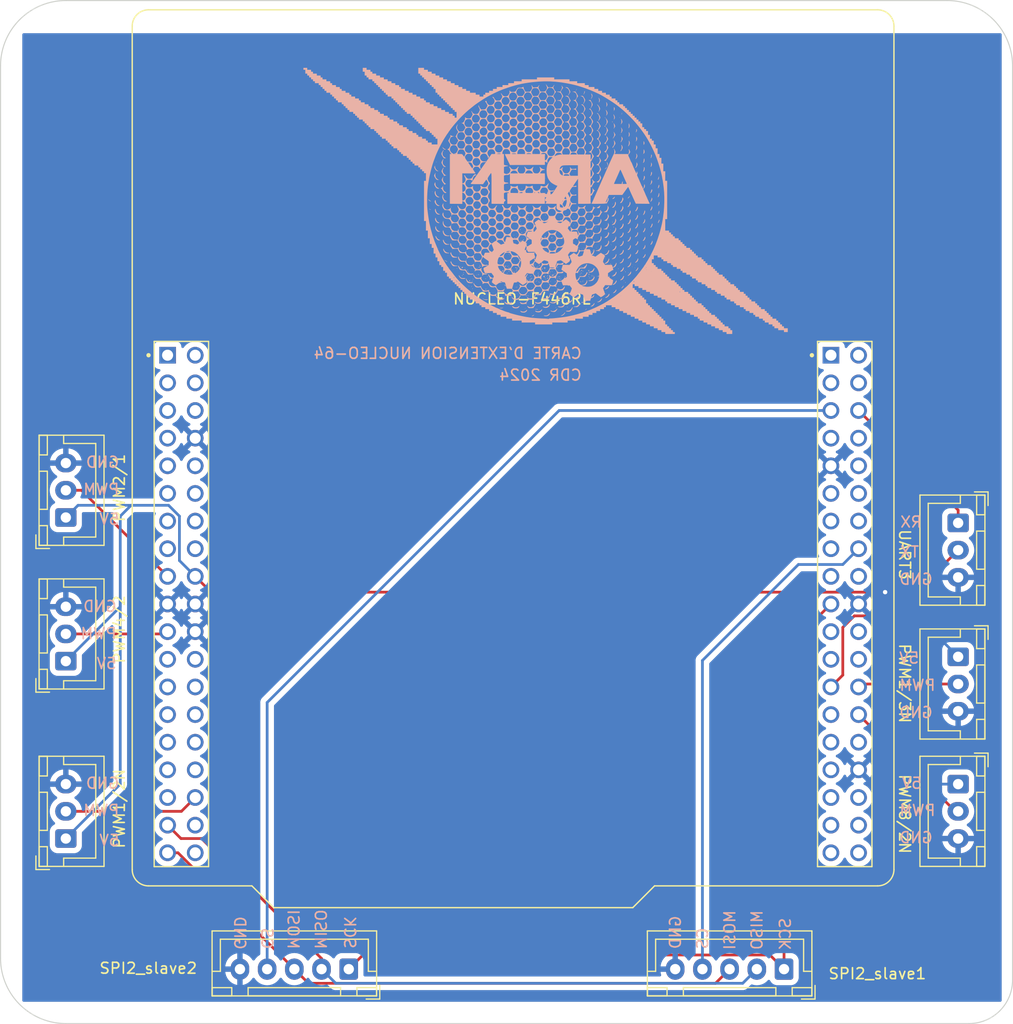
<source format=kicad_pcb>
(kicad_pcb (version 20221018) (generator pcbnew)
  (title_block (title "Carte d'extension Nucleo-64") (date "2024-03-10") (rev "Cyril") (company "AREM"))
  (layers (0 "F.Cu" signal) (31 "B.Cu" signal) (34 "B.Paste" user) (35 "F.Paste" user) (36 "B.SilkS" user "B.Silkscreen") (37 "F.SilkS" user "F.Silkscreen") (38 "B.Mask" user) (39 "F.Mask" user) (44 "Edge.Cuts" user))
  (net 0 "")
  (net 1 "SPI2_SCK")
  (net 2 "SPI2_MISO")
  (net 3 "SPI2_MOSI")
  (net 4 "SPI2_CS1")
  (net 5 "GND")
  (net 6 "SPI2_CS2")
  (net 7 "UART3_RX")
  (net 8 "UART3_TX")
  (net 9 "+5V")
  (net 10 "PWM2{slash}1")
  (net 11 "PWM4{slash}2")
  (net 12 "PWM1{slash}2N")
  (net 13 "PWM1{slash}3N")
  (net 14 "PWM8{slash}2N")
  (footprint "Connector_JST:JST_XH_B5B-XH-A_1x05_P2.50mm_Vertical" (layer "F.Cu") (at 156 133 180)
    (fp_text reference "J1" hide)
    (fp_text value "SPI2_slave1" hide)
    (pad "1" thru_hole roundrect (at 0 0 180) (size 1.7 1.95) (drill 0.95) (layers "*.Cu" "*.Mask") (roundrect_rratio 0.147059) (net 1 "SPI2_SCK"))
    (pad "2" thru_hole oval (at 2.5 0 180) (size 1.7 1.95) (drill 0.95) (layers "*.Cu" "*.Mask") (net 2 "SPI2_MISO"))
    (pad "3" thru_hole oval (at 5 0 180) (size 1.7 1.95) (drill 0.95) (layers "*.Cu" "*.Mask") (net 3 "SPI2_MOSI"))
    (pad "4" thru_hole oval (at 7.5 0 180) (size 1.7 1.95) (drill 0.95) (layers "*.Cu" "*.Mask") (net 4 "SPI2_CS1"))
    (pad "5" thru_hole oval (at 10 0 180) (size 1.7 1.95) (drill 0.95) (layers "*.Cu" "*.Mask") (net 5 "GND"))
  )
  (footprint "Connector_JST:JST_XH_B3B-XH-A_1x03_P2.50mm_Vertical" (layer "F.Cu") (at 90 104.7 90)
    (fp_text reference "J5" hide)
    (fp_text value "PWM4/2" hide)
    (pad "1" thru_hole roundrect (at 0 0 90) (size 1.7 1.95) (drill 0.95) (layers "*.Cu" "*.Mask") (roundrect_rratio 0.147059) (net 9 "+5V"))
    (pad "2" thru_hole oval (at 2.5 0 90) (size 1.7 1.95) (drill 0.95) (layers "*.Cu" "*.Mask") (net 11 "PWM4{slash}2"))
    (pad "3" thru_hole oval (at 5 0 90) (size 1.7 1.95) (drill 0.95) (layers "*.Cu" "*.Mask") (net 5 "GND"))
  )
  (footprint "Connector_JST:JST_XH_B5B-XH-A_1x05_P2.50mm_Vertical" (layer "F.Cu") (at 116 133 180)
    (fp_text reference "J2" hide)
    (fp_text value "SPI2_slave2" hide)
    (pad "1" thru_hole roundrect (at 0 0 180) (size 1.7 1.95) (drill 0.95) (layers "*.Cu" "*.Mask") (roundrect_rratio 0.147059) (net 1 "SPI2_SCK"))
    (pad "2" thru_hole oval (at 2.5 0 180) (size 1.7 1.95) (drill 0.95) (layers "*.Cu" "*.Mask") (net 2 "SPI2_MISO"))
    (pad "3" thru_hole oval (at 5 0 180) (size 1.7 1.95) (drill 0.95) (layers "*.Cu" "*.Mask") (net 3 "SPI2_MOSI"))
    (pad "4" thru_hole oval (at 7.5 0 180) (size 1.7 1.95) (drill 0.95) (layers "*.Cu" "*.Mask") (net 6 "SPI2_CS2"))
    (pad "5" thru_hole oval (at 10 0 180) (size 1.7 1.95) (drill 0.95) (layers "*.Cu" "*.Mask") (net 5 "GND"))
  )
  (footprint "Connector_JST:JST_XH_B3B-XH-A_1x03_P2.50mm_Vertical" (layer "F.Cu") (at 172 116 -90)
    (fp_text reference "J8" hide)
    (fp_text value "PWM8/2N" hide)
    (pad "1" thru_hole roundrect (at 0 0 270) (size 1.7 1.95) (drill 0.95) (layers "*.Cu" "*.Mask") (roundrect_rratio 0.147059) (net 9 "+5V"))
    (pad "2" thru_hole oval (at 2.5 0 270) (size 1.7 1.95) (drill 0.95) (layers "*.Cu" "*.Mask") (net 14 "PWM8{slash}2N"))
    (pad "3" thru_hole oval (at 5 0 270) (size 1.7 1.95) (drill 0.95) (layers "*.Cu" "*.Mask") (net 5 "GND"))
  )
  (footprint "Connector_JST:JST_XH_B3B-XH-A_1x03_P2.50mm_Vertical" (layer "F.Cu") (at 172 104.3 -90)
    (fp_text reference "J7" hide)
    (fp_text value "PWM1/3N" hide)
    (pad "1" thru_hole roundrect (at 0 0 270) (size 1.7 1.95) (drill 0.95) (layers "*.Cu" "*.Mask") (roundrect_rratio 0.147059) (net 9 "+5V"))
    (pad "2" thru_hole oval (at 2.5 0 270) (size 1.7 1.95) (drill 0.95) (layers "*.Cu" "*.Mask") (net 13 "PWM1{slash}3N"))
    (pad "3" thru_hole oval (at 5 0 270) (size 1.7 1.95) (drill 0.95) (layers "*.Cu" "*.Mask") (net 5 "GND"))
  )
  (footprint "Connector_JST:JST_XH_B3B-XH-A_1x03_P2.50mm_Vertical" (layer "F.Cu") (at 90 121 90)
    (fp_text reference "J6" hide)
    (fp_text value "PWM1/2N" hide)
    (pad "1" thru_hole roundrect (at 0 0 90) (size 1.7 1.95) (drill 0.95) (layers "*.Cu" "*.Mask") (roundrect_rratio 0.147059) (net 9 "+5V"))
    (pad "2" thru_hole oval (at 2.5 0 90) (size 1.7 1.95) (drill 0.95) (layers "*.Cu" "*.Mask") (net 12 "PWM1{slash}2N"))
    (pad "3" thru_hole oval (at 5 0 90) (size 1.7 1.95) (drill 0.95) (layers "*.Cu" "*.Mask") (net 5 "GND"))
  )
  (footprint "lib:MODULE_NUCLEO-F446RE" (layer "F.Cu") (at 131.1 86.1)
    (fp_text reference "U1" hide)
    (fp_text value "NUCLEO-F446RE" hide)
    (pad "CN7_1" thru_hole rect (at -31.75 -9.51) (size 1.53 1.53) (drill 1.02) (layers "*.Cu" "*.Mask"))
    (pad "CN7_2" thru_hole circle (at -29.21 -9.51) (size 1.53 1.53) (drill 1.02) (layers "*.Cu" "*.Mask"))
    (pad "CN7_3" thru_hole circle (at -31.75 -6.97) (size 1.53 1.53) (drill 1.02) (layers "*.Cu" "*.Mask"))
    (pad "CN7_4" thru_hole circle (at -29.21 -6.97) (size 1.53 1.53) (drill 1.02) (layers "*.Cu" "*.Mask"))
    (pad "CN7_5" thru_hole circle (at -31.75 -4.43) (size 1.53 1.53) (drill 1.02) (layers "*.Cu" "*.Mask"))
    (pad "CN7_6" thru_hole circle (at -29.21 -4.43) (size 1.53 1.53) (drill 1.02) (layers "*.Cu" "*.Mask"))
    (pad "CN7_7" thru_hole circle (at -31.75 -1.89) (size 1.53 1.53) (drill 1.02) (layers "*.Cu" "*.Mask"))
    (pad "CN7_8" thru_hole circle (at -29.21 -1.89) (size 1.53 1.53) (drill 1.02) (layers "*.Cu" "*.Mask") (net 5 "GND"))
    (pad "CN7_9" thru_hole circle (at -31.75 0.65) (size 1.53 1.53) (drill 1.02) (layers "*.Cu" "*.Mask"))
    (pad "CN7_10" thru_hole circle (at -29.21 0.65) (size 1.53 1.53) (drill 1.02) (layers "*.Cu" "*.Mask"))
    (pad "CN7_11" thru_hole circle (at -31.75 3.19) (size 1.53 1.53) (drill 1.02) (layers "*.Cu" "*.Mask"))
    (pad "CN7_12" thru_hole circle (at -29.21 3.19) (size 1.53 1.53) (drill 1.02) (layers "*.Cu" "*.Mask"))
    (pad "CN7_13" thru_hole circle (at -31.75 5.73) (size 1.53 1.53) (drill 1.02) (layers "*.Cu" "*.Mask"))
    (pad "CN7_14" thru_hole circle (at -29.21 5.73) (size 1.53 1.53) (drill 1.02) (layers "*.Cu" "*.Mask"))
    (pad "CN7_15" thru_hole circle (at -31.75 8.27) (size 1.53 1.53) (drill 1.02) (layers "*.Cu" "*.Mask"))
    (pad "CN7_16" thru_hole circle (at -29.21 8.27) (size 1.53 1.53) (drill 1.02) (layers "*.Cu" "*.Mask"))
    (pad "CN7_17" thru_hole circle (at -31.75 10.81) (size 1.53 1.53) (drill 1.02) (layers "*.Cu" "*.Mask") (net 10 "PWM2{slash}1"))
    (pad "CN7_18" thru_hole circle (at -29.21 10.81) (size 1.53 1.53) (drill 1.02) (layers "*.Cu" "*.Mask") (net 9 "+5V"))
    (pad "CN7_19" thru_hole circle (at -31.75 13.35) (size 1.53 1.53) (drill 1.02) (layers "*.Cu" "*.Mask") (net 5 "GND"))
    (pad "CN7_20" thru_hole circle (at -29.21 13.35) (size 1.53 1.53) (drill 1.02) (layers "*.Cu" "*.Mask") (net 5 "GND"))
    (pad "CN7_21" thru_hole circle (at -31.75 15.89) (size 1.53 1.53) (drill 1.02) (layers "*.Cu" "*.Mask") (net 11 "PWM4{slash}2"))
    (pad "CN7_22" thru_hole circle (at -29.21 15.89) (size 1.53 1.53) (drill 1.02) (layers "*.Cu" "*.Mask") (net 5 "GND"))
    (pad "CN7_23" thru_hole circle (at -31.75 18.43) (size 1.53 1.53) (drill 1.02) (layers "*.Cu" "*.Mask"))
    (pad "CN7_24" thru_hole circle (at -29.21 18.43) (size 1.53 1.53) (drill 1.02) (layers "*.Cu" "*.Mask"))
    (pad "CN7_25" thru_hole circle (at -31.75 20.97) (size 1.53 1.53) (drill 1.02) (layers "*.Cu" "*.Mask"))
    (pad "CN7_26" thru_hole circle (at -29.21 20.97) (size 1.53 1.53) (drill 1.02) (layers "*.Cu" "*.Mask"))
    (pad "CN7_27" thru_hole circle (at -31.75 23.51) (size 1.53 1.53) (drill 1.02) (layers "*.Cu" "*.Mask"))
    (pad "CN7_28" thru_hole circle (at -29.21 23.51) (size 1.53 1.53) (drill 1.02) (layers "*.Cu" "*.Mask"))
    (pad "CN7_29" thru_hole circle (at -31.75 26.05) (size 1.53 1.53) (drill 1.02) (layers "*.Cu" "*.Mask"))
    (pad "CN7_30" thru_hole circle (at -29.21 26.05) (size 1.53 1.53) (drill 1.02) (layers "*.Cu" "*.Mask"))
    (pad "CN7_31" thru_hole circle (at -31.75 28.59) (size 1.53 1.53) (drill 1.02) (layers "*.Cu" "*.Mask"))
    (pad "CN7_32" thru_hole circle (at -29.21 28.59) (size 1.53 1.53) (drill 1.02) (layers "*.Cu" "*.Mask"))
    (pad "CN7_33" thru_hole circle (at -31.75 31.13) (size 1.53 1.53) (drill 1.02) (layers "*.Cu" "*.Mask"))
    (pad "CN7_34" thru_hole circle (at -29.21 31.13) (size 1.53 1.53) (drill 1.02) (layers "*.Cu" "*.Mask") (net 12 "PWM1{slash}2N"))
    (pad "CN7_35" thru_hole circle (at -31.75 33.67) (size 1.53 1.53) (drill 1.02) (layers "*.Cu" "*.Mask") (net 2 "SPI2_MISO"))
    (pad "CN7_36" thru_hole circle (at -29.21 33.67) (size 1.53 1.53) (drill 1.02) (layers "*.Cu" "*.Mask"))
    (pad "CN7_37" thru_hole circle (at -31.75 36.21) (size 1.53 1.53) (drill 1.02) (layers "*.Cu" "*.Mask") (net 3 "SPI2_MOSI"))
    (pad "CN7_38" thru_hole circle (at -29.21 36.21) (size 1.53 1.53) (drill 1.02) (layers "*.Cu" "*.Mask"))
    (pad "CN10_1" thru_hole rect (at 29.21 -9.51) (size 1.53 1.53) (drill 1.02) (layers "*.Cu" "*.Mask"))
    (pad "CN10_2" thru_hole circle (at 31.75 -9.51) (size 1.53 1.53) (drill 1.02) (layers "*.Cu" "*.Mask"))
    (pad "CN10_3" thru_hole circle (at 29.21 -6.97) (size 1.53 1.53) (drill 1.02) (layers "*.Cu" "*.Mask"))
    (pad "CN10_4" thru_hole circle (at 31.75 -6.97) (size 1.53 1.53) (drill 1.02) (layers "*.Cu" "*.Mask"))
    (pad "CN10_5" thru_hole circle (at 29.21 -4.43) (size 1.53 1.53) (drill 1.02) (layers "*.Cu" "*.Mask") (net 6 "SPI2_CS2"))
    (pad "CN10_6" thru_hole circle (at 31.75 -4.43) (size 1.53 1.53) (drill 1.02) (layers "*.Cu" "*.Mask") (net 7 "UART3_RX"))
    (pad "CN10_7" thru_hole circle (at 29.21 -1.89) (size 1.53 1.53) (drill 1.02) (layers "*.Cu" "*.Mask"))
    (pad "CN10_8" thru_hole circle (at 31.75 -1.89) (size 1.53 1.53) (drill 1.02) (layers "*.Cu" "*.Mask"))
    (pad "CN10_9" thru_hole circle (at 29.21 0.65) (size 1.53 1.53) (drill 1.02) (layers "*.Cu" "*.Mask") (net 5 "GND"))
    (pad "CN10_10" thru_hole circle (at 31.75 0.65) (size 1.53 1.53) (drill 1.02) (layers "*.Cu" "*.Mask"))
    (pad "CN10_11" thru_hole circle (at 29.21 3.19) (size 1.53 1.53) (drill 1.02) (layers "*.Cu" "*.Mask"))
    (pad "CN10_12" thru_hole circle (at 31.75 3.19) (size 1.53 1.53) (drill 1.02) (layers "*.Cu" "*.Mask"))
    (pad "CN10_13" thru_hole circle (at 29.21 5.73) (size 1.53 1.53) (drill 1.02) (layers "*.Cu" "*.Mask"))
    (pad "CN10_14" thru_hole circle (at 31.75 5.73) (size 1.53 1.53) (drill 1.02) (layers "*.Cu" "*.Mask"))
    (pad "CN10_15" thru_hole circle (at 29.21 8.27) (size 1.53 1.53) (drill 1.02) (layers "*.Cu" "*.Mask"))
    (pad "CN10_16" thru_hole circle (at 31.75 8.27) (size 1.53 1.53) (drill 1.02) (layers "*.Cu" "*.Mask") (net 4 "SPI2_CS1"))
    (pad "CN10_17" thru_hole circle (at 29.21 10.81) (size 1.53 1.53) (drill 1.02) (layers "*.Cu" "*.Mask"))
    (pad "CN10_18" thru_hole circle (at 31.75 10.81) (size 1.53 1.53) (drill 1.02) (layers "*.Cu" "*.Mask"))
    (pad "CN10_19" thru_hole circle (at 29.21 13.35) (size 1.53 1.53) (drill 1.02) (layers "*.Cu" "*.Mask") (net 1 "SPI2_SCK"))
    (pad "CN10_20" thru_hole circle (at 31.75 13.35) (size 1.53 1.53) (drill 1.02) (layers "*.Cu" "*.Mask") (net 5 "GND"))
    (pad "CN10_21" thru_hole circle (at 29.21 15.89) (size 1.53 1.53) (drill 1.02) (layers "*.Cu" "*.Mask"))
    (pad "CN10_22" thru_hole circle (at 31.75 15.89) (size 1.53 1.53) (drill 1.02) (layers "*.Cu" "*.Mask"))
    (pad "CN10_23" thru_hole circle (at 29.21 18.43) (size 1.53 1.53) (drill 1.02) (layers "*.Cu" "*.Mask"))
    (pad "CN10_24" thru_hole circle (at 31.75 18.43) (size 1.53 1.53) (drill 1.02) (layers "*.Cu" "*.Mask"))
    (pad "CN10_25" thru_hole circle (at 29.21 20.97) (size 1.53 1.53) (drill 1.02) (layers "*.Cu" "*.Mask") (net 8 "UART3_TX"))
    (pad "CN10_26" thru_hole circle (at 31.75 20.97) (size 1.53 1.53) (drill 1.02) (layers "*.Cu" "*.Mask") (net 13 "PWM1{slash}3N"))
    (pad "CN10_27" thru_hole circle (at 29.21 23.51) (size 1.53 1.53) (drill 1.02) (layers "*.Cu" "*.Mask"))
    (pad "CN10_28" thru_hole circle (at 31.75 23.51) (size 1.53 1.53) (drill 1.02) (layers "*.Cu" "*.Mask") (net 14 "PWM8{slash}2N"))
    (pad "CN10_29" thru_hole circle (at 29.21 26.05) (size 1.53 1.53) (drill 1.02) (layers "*.Cu" "*.Mask"))
    (pad "CN10_30" thru_hole circle (at 31.75 26.05) (size 1.53 1.53) (drill 1.02) (layers "*.Cu" "*.Mask"))
    (pad "CN10_31" thru_hole circle (at 29.21 28.59) (size 1.53 1.53) (drill 1.02) (layers "*.Cu" "*.Mask"))
    (pad "CN10_32" thru_hole circle (at 31.75 28.59) (size 1.53 1.53) (drill 1.02) (layers "*.Cu" "*.Mask") (net 5 "GND"))
    (pad "CN10_33" thru_hole circle (at 29.21 31.13) (size 1.53 1.53) (drill 1.02) (layers "*.Cu" "*.Mask"))
    (pad "CN10_34" thru_hole circle (at 31.75 31.13) (size 1.53 1.53) (drill 1.02) (layers "*.Cu" "*.Mask"))
    (pad "CN10_35" thru_hole circle (at 29.21 33.67) (size 1.53 1.53) (drill 1.02) (layers "*.Cu" "*.Mask"))
    (pad "CN10_36" thru_hole circle (at 31.75 33.67) (size 1.53 1.53) (drill 1.02) (layers "*.Cu" "*.Mask"))
    (pad "CN10_37" thru_hole circle (at 29.21 36.21) (size 1.53 1.53) (drill 1.02) (layers "*.Cu" "*.Mask"))
    (pad "CN10_38" thru_hole circle (at 31.75 36.21) (size 1.53 1.53) (drill 1.02) (layers "*.Cu" "*.Mask"))
  )
  (footprint "Connector_JST:JST_XH_B3B-XH-A_1x03_P2.50mm_Vertical" (layer "F.Cu") (at 172 92 -90)
    (fp_text reference "J3" hide)
    (fp_text value "UART3" hide)
    (pad "1" thru_hole roundrect (at 0 0 270) (size 1.7 1.95) (drill 0.95) (layers "*.Cu" "*.Mask") (roundrect_rratio 0.147059) (net 7 "UART3_RX"))
    (pad "2" thru_hole oval (at 2.5 0 270) (size 1.7 1.95) (drill 0.95) (layers "*.Cu" "*.Mask") (net 8 "UART3_TX"))
    (pad "3" thru_hole oval (at 5 0 270) (size 1.7 1.95) (drill 0.95) (layers "*.Cu" "*.Mask") (net 5 "GND"))
  )
  (footprint "Connector_JST:JST_XH_B3B-XH-A_1x03_P2.50mm_Vertical" (layer "F.Cu") (at 90 91.5 90)
    (fp_text reference "J4" hide)
    (fp_text value "PWM2/1" hide)
    (pad "1" thru_hole roundrect (at 0 0 90) (size 1.7 1.95) (drill 0.95) (layers "*.Cu" "*.Mask") (roundrect_rratio 0.147059) (net 9 "+5V"))
    (pad "2" thru_hole oval (at 2.5 0 90) (size 1.7 1.95) (drill 0.95) (layers "*.Cu" "*.Mask") (net 10 "PWM2{slash}1"))
    (pad "3" thru_hole oval (at 5 0 90) (size 1.7 1.95) (drill 0.95) (layers "*.Cu" "*.Mask") (net 5 "GND"))
  )
  (footprint "lib:logo_arem_v2" (layer "B.Cu") (at 134 62.5 180)
    (fp_text reference "G***" (at 0 0) (layer "B.SilkS") (effects (font (size 1.5 1.5) (thickness 0.3)) (justify mirror)))
    (fp_text value "LOGO" hide)
  )
  (gr_arc (start 84 50) (mid 85.757359 45.757359) (end 90 44) (stroke (width 0.1)) (layer "Edge.Cuts"))
  (gr_arc (start 90 138) (mid 85.757359 136.242641) (end 84 132) (stroke (width 0.1)) (layer "Edge.Cuts"))
  (gr_line (start 84 50) (end 84 132) (stroke (width 0.1)) (layer "Edge.Cuts"))
  (gr_line (start 171 44) (end 90 44) (stroke (width 0.1)) (layer "Edge.Cuts"))
  (gr_line (start 177 134) (end 177 50) (stroke (width 0.1)) (layer "Edge.Cuts"))
  (gr_line (start 90 138) (end 173 138) (stroke (width 0.1)) (layer "Edge.Cuts"))
  (gr_arc (start 177 134) (mid 175.828427 136.828427) (end 173 138) (stroke (width 0.1)) (layer "Edge.Cuts"))
  (gr_arc (start 171 44) (mid 175.242641 45.757359) (end 177 50) (stroke (width 0.1)) (layer "Edge.Cuts"))
  (gr_text "PWM" (at 170 119) (layer "B.SilkS") (effects (font (size 1 1)) (justify left bottom mirror)))
  (gr_text "5V" (at 168.5 105) (layer "B.SilkS") (effects (font (size 1 1)) (justify left bottom mirror)))
  (gr_text "SCK" (at 156.7 128.2 90) (layer "B.SilkS") (effects (font (size 1 1)) (justify left bottom mirror)))
  (gr_text "TX" (at 168.5 95.25) (layer "B.SilkS") (effects (font (size 1 1)) (justify left bottom mirror)))
  (gr_text "GND" (at 169.75 110) (layer "B.SilkS") (effects (font (size 1 1)) (justify left bottom mirror)))
  (gr_text "5V" (at 94.75 105.5) (layer "B.SilkS") (effects (font (size 1 1)) (justify left bottom mirror)))
  (gr_text "SCK" (at 115.5 131.2 -90) (layer "B.SilkS") (effects (font (size 1 1)) (justify left bottom mirror)))
  (gr_text "PWM" (at 95 89.5) (layer "B.SilkS") (effects (font (size 1 1)) (justify left bottom mirror)))
  (gr_text "CDR 2024" (at 137.5 79) (layer "B.SilkS") (effects (font (size 1 1)) (justify left bottom mirror)))
  (gr_text "GND" (at 169.75 121.5) (layer "B.SilkS") (effects (font (size 1 1)) (justify left bottom mirror)))
  (gr_text "5V" (at 95 92.25) (layer "B.SilkS") (effects (font (size 1 1)) (justify left bottom mirror)))
  (gr_text "RX" (at 168.75 92.5) (layer "B.SilkS") (effects (font (size 1 1)) (justify left bottom mirror)))
  (gr_text "MISO" (at 154.1 127.5 90) (layer "B.SilkS") (effects (font (size 1 1)) (justify left bottom mirror)))
  (gr_text "5V" (at 168.75 116.5) (layer "B.SilkS") (effects (font (size 1 1)) (justify left bottom mirror)))
  (gr_text "GND" (at 94.75 100.25) (layer "B.SilkS") (effects (font (size 1 1)) (justify left bottom mirror)))
  (gr_text "GND" (at 146.6 128 90) (layer "B.SilkS") (effects (font (size 1 1)) (justify left bottom mirror)))
  (gr_text "PWM" (at 170 107.5) (layer "B.SilkS") (effects (font (size 1 1)) (justify left bottom mirror)))
  (gr_text "CS" (at 107.9 131.25 270) (layer "B.SilkS") (effects (font (size 1 1)) (justify left bottom mirror)))
  (gr_text "5V" (at 95 121.75) (layer "B.SilkS") (effects (font (size 1 1)) (justify left bottom mirror)))
  (gr_text "GND" (at 95 116.5) (layer "B.SilkS") (effects (font (size 1 1)) (justify left bottom mirror)))
  (gr_text "GND" (at 95 87) (layer "B.SilkS") (effects (font (size 1 1)) (justify left bottom mirror)))
  (gr_text "MISO" (at 112.8 131.25 270) (layer "B.SilkS") (effects (font (size 1 1)) (justify left bottom mirror)))
  (gr_text "MOSI" (at 151.6 127.5 90) (layer "B.SilkS") (effects (font (size 1 1)) (justify left bottom mirror)))
  (gr_text "PWM" (at 94.75 102.75) (layer "B.SilkS") (effects (font (size 1 1)) (justify left bottom mirror)))
  (gr_text "CS" (at 149.1 129.1 90) (layer "B.SilkS") (effects (font (size 1 1)) (justify left bottom mirror)))
  (gr_text "PWM" (at 95 119) (layer "B.SilkS") (effects (font (size 1 1)) (justify left bottom mirror)))
  (gr_text "MOSI" (at 110.3 131.25 270) (layer "B.SilkS") (effects (font (size 1 1)) (justify left bottom mirror)))
  (gr_text "CARTE D'EXTENSION NUCLEO-64" (at 137.5 77) (layer "B.SilkS") (effects (font (size 1 1)) (justify left bottom mirror)))
  (gr_text "GND" (at 169.75 97.75) (layer "B.SilkS") (effects (font (size 1 1)) (justify left bottom mirror)))
  (gr_text "GND" (at 105.4 131.3 270) (layer "B.SilkS") (effects (font (size 1 1)) (justify left bottom mirror)))
  (gr_text "PWM4/2" (at 95.5 105 90) (layer "F.SilkS") (effects (font (size 1 1)) (justify left bottom)))
  (gr_text "UART3" (at 166.5 92.5 -90) (layer "F.SilkS") (effects (font (size 1 1)) (justify left bottom)))
  (gr_text "PWM1/2N" (at 95.5 122 90) (layer "F.SilkS") (effects (font (size 1 1)) (justify left bottom)))
  (gr_text "NUCLEO-F446RE\n" (at 125.5 72) (layer "F.SilkS") (effects (font (size 1 1)) (justify left bottom)))
  (gr_text "SPI2_slave1" (at 160 134) (layer "F.SilkS") (effects (font (size 1 1)) (justify left bottom)))
  (gr_text "SPI2_slave2\n" (at 93 133.5) (layer "F.SilkS") (effects (font (size 1 1)) (justify left bottom)))
  (gr_text "PWM1/3N" (at 166.5 103 -90) (layer "F.SilkS") (effects (font (size 1 1)) (justify left bottom)))
  (gr_text "PWM2/1" (at 95.5 92 90) (layer "F.SilkS") (effects (font (size 1 1)) (justify left bottom)))
  (gr_text "PWM8/2N" (at 166.5 115 -90) (layer "F.SilkS") (effects (font (size 1 1)) (justify left bottom)))
  (segment (start 156 103.76) (end 160.31 99.45) (width 0.25) (layer "F.Cu") (net 1))
  (segment (start 156 133) (end 156 103.76) (width 0.25) (layer "F.Cu") (net 1))
  (segment (start 154.7 131.7) (end 156 133) (width 0.25) (layer "F.Cu") (net 1))
  (segment (start 117.3 131.7) (end 154.7 131.7) (width 0.25) (layer "F.Cu") (net 1))
  (segment (start 116 133) (end 117.3 131.7) (width 0.25) (layer "F.Cu") (net 1))
  (segment (start 100.58 121) (end 99.35 119.77) (width 0.25) (layer "F.Cu") (net 2))
  (segment (start 113.5 132.025) (end 102.475 121) (width 0.25) (layer "F.Cu") (net 2))
  (segment (start 102.475 121) (end 100.58 121) (width 0.25) (layer "F.Cu") (net 2))
  (segment (start 113.5 133) (end 113.5 132.025) (width 0.25) (layer "F.Cu") (net 2))
  (segment (start 152.2 134.3) (end 114.8 134.3) (width 0.25) (layer "B.Cu") (net 2))
  (segment (start 114.8 134.3) (end 113.5 133) (width 0.25) (layer "B.Cu") (net 2))
  (segment (start 153.5 133) (end 152.2 134.3) (width 0.25) (layer "B.Cu") (net 2))
  (segment (start 149.7 134.3) (end 151 133) (width 0.25) (layer "F.Cu") (net 3))
  (segment (start 112.3 134.3) (end 149.7 134.3) (width 0.25) (layer "F.Cu") (net 3))
  (segment (start 111 133) (end 100.31 122.31) (width 0.25) (layer "F.Cu") (net 3))
  (segment (start 111 133) (end 112.3 134.3) (width 0.25) (layer "F.Cu") (net 3))
  (segment (start 100.31 122.31) (end 99.35 122.31) (width 0.25) (layer "F.Cu") (net 3))
  (segment (start 148.5 104.638507) (end 157.318507 95.82) (width 0.25) (layer "B.Cu") (net 4))
  (segment (start 157.318507 95.82) (end 161.4 95.82) (width 0.25) (layer "B.Cu") (net 4))
  (segment (start 148.5 133) (end 148.5 104.638507) (width 0.25) (layer "B.Cu") (net 4))
  (segment (start 161.4 95.82) (end 162.85 94.37) (width 0.25) (layer "B.Cu") (net 4))
  (segment (start 108.5 133) (end 108.5 108.5) (width 0.25) (layer "B.Cu") (net 6))
  (segment (start 108.5 108.5) (end 135.33 81.67) (width 0.25) (layer "B.Cu") (net 6))
  (segment (start 135.33 81.67) (end 160.31 81.67) (width 0.25) (layer "B.Cu") (net 6))
  (segment (start 172 90.82) (end 162.85 81.67) (width 0.25) (layer "F.Cu") (net 7))
  (segment (start 172 92) (end 172 90.82) (width 0.25) (layer "F.Cu") (net 7))
  (segment (start 161.4 101.6) (end 161.4 105.98) (width 0.25) (layer "F.Cu") (net 8))
  (segment (start 165.96 100.54) (end 162.46 100.54) (width 0.25) (layer "F.Cu") (net 8))
  (segment (start 161.4 105.98) (end 160.31 107.07) (width 0.25) (layer "F.Cu") (net 8))
  (segment (start 162.46 100.54) (end 161.4 101.6) (width 0.25) (layer "F.Cu") (net 8))
  (segment (start 172 94.5) (end 165.96 100.54) (width 0.25) (layer "F.Cu") (net 8))
  (segment (start 103.34 98.36) (end 101.89 96.91) (width 0.25) (layer "F.Cu") (net 9))
  (segment (start 165.29 98.36) (end 103.34 98.36) (width 0.25) (layer "F.Cu") (net 9))
  (via (at 165.29 98.36) (size 0.8) (drill 0.4) (layers "F.Cu" "B.Cu") (net 9))
  (segment (start 95 99.7) (end 95 99) (width 0.25) (layer "B.Cu") (net 9))
  (segment (start 101.89 96.91) (end 100.44 95.46) (width 0.25) (layer "B.Cu") (net 9))
  (segment (start 99.441493 90.38) (end 95 90.38) (width 0.25) (layer "B.Cu") (net 9))
  (segment (start 95 99) (end 95 116) (width 0.25) (layer "B.Cu") (net 9))
  (segment (start 100.44 95.46) (end 100.44 91.378507) (width 0.25) (layer "B.Cu") (net 9))
  (segment (start 100.44 91.378507) (end 99.441493 90.38) (width 0.25) (layer "B.Cu") (net 9))
  (segment (start 167 99.3) (end 167 114) (width 0.25) (layer "B.Cu") (net 9))
  (segment (start 165.29 98.36) (end 166.06 98.36) (width 0.25) (layer "B.Cu") (net 9))
  (segment (start 96 90.38) (end 95 91.38) (width 0.25) (layer "B.Cu") (net 9))
  (segment (start 167 114) (end 169 116) (width 0.25) (layer "B.Cu") (net 9))
  (segment (start 169 116) (end 172 116) (width 0.25) (layer "B.Cu") (net 9))
  (segment (start 95 91.38) (end 95 99) (width 0.25) (layer "B.Cu") (net 9))
  (segment (start 166.06 98.36) (end 167 99.3) (width 0.25) (layer "B.Cu") (net 9))
  (segment (start 95 116) (end 90 121) (width 0.25) (layer "B.Cu") (net 9))
  (segment (start 91.12 90.38) (end 90 91.5) (width 0.25) (layer "B.Cu") (net 9))
  (segment (start 166.06 98.36) (end 172 104.3) (width 0.25) (layer "B.Cu") (net 9))
  (segment (start 95 90.38) (end 91.12 90.38) (width 0.25) (layer "B.Cu") (net 9))
  (segment (start 90 104.7) (end 95 99.7) (width 0.25) (layer "B.Cu") (net 9))
  (segment (start 91.44 89) (end 99.35 96.91) (width 0.25) (layer "F.Cu") (net 10))
  (segment (start 90 89) (end 91.44 89) (width 0.25) (layer "F.Cu") (net 10))
  (segment (start 90 102.2) (end 99.14 102.2) (width 0.25) (layer "F.Cu") (net 11))
  (segment (start 99.14 102.2) (end 99.35 101.99) (width 0.25) (layer "F.Cu") (net 11))
  (segment (start 90 118.5) (end 100.62 118.5) (width 0.25) (layer "F.Cu") (net 12))
  (segment (start 100.62 118.5) (end 101.89 117.23) (width 0.25) (layer "F.Cu") (net 12))
  (segment (start 172 106.8) (end 163.12 106.8) (width 0.25) (layer "F.Cu") (net 13))
  (segment (start 163.12 106.8) (end 162.85 107.07) (width 0.25) (layer "F.Cu") (net 13))
  (segment (start 171.74 118.5) (end 162.85 109.61) (width 0.25) (layer "F.Cu") (net 14))
  (segment (start 172 118.5) (end 171.74 118.5) (width 0.25) (layer "F.Cu") (net 14))
  (zone (net 5) (net_name "GND") (layer "B.Cu") (connect_pads thru_hole_only (clearance 0.5)) (min_thickness 0.25) (fill yes (thermal_gap 0.5) (thermal_bridge_width 0.5))
    (polygon (pts (xy 86 47) (xy 86 136) (xy 176 136) (xy 176 47)))
  )
)
</source>
